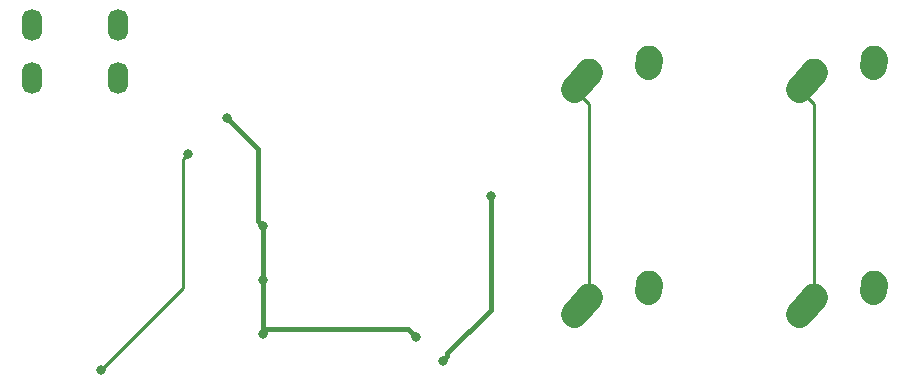
<source format=gtl>
G04 #@! TF.GenerationSoftware,KiCad,Pcbnew,(5.1.5)-1*
G04 #@! TF.CreationDate,2021-04-16T13:39:06-04:00*
G04 #@! TF.ProjectId,intro-pcb,696e7472-6f2d-4706-9362-2e6b69636164,rev?*
G04 #@! TF.SameCoordinates,Original*
G04 #@! TF.FileFunction,Copper,L1,Top*
G04 #@! TF.FilePolarity,Positive*
%FSLAX46Y46*%
G04 Gerber Fmt 4.6, Leading zero omitted, Abs format (unit mm)*
G04 Created by KiCad (PCBNEW (5.1.5)-1) date 2021-04-16 13:39:06*
%MOMM*%
%LPD*%
G04 APERTURE LIST*
%ADD10O,1.700000X2.700000*%
%ADD11C,2.250000*%
%ADD12C,2.250000*%
%ADD13C,0.800000*%
%ADD14C,0.381000*%
%ADD15C,0.250000*%
G04 APERTURE END LIST*
D10*
X-401318750Y-31750000D03*
X-394018750Y-31750000D03*
X-394018750Y-36250000D03*
X-401318750Y-36250000D03*
D11*
X-335081250Y-54737500D03*
D12*
X-336391250Y-56197500D02*
X-335081248Y-54737500D01*
D11*
X-330041250Y-53657500D03*
D12*
X-330081250Y-54237500D02*
X-330041250Y-53657500D01*
D11*
X-335081250Y-35687500D03*
D12*
X-336391250Y-37147500D02*
X-335081248Y-35687500D01*
D11*
X-330041250Y-34607500D03*
D12*
X-330081250Y-35187500D02*
X-330041250Y-34607500D01*
D11*
X-354131250Y-54737500D03*
D12*
X-355441250Y-56197500D02*
X-354131248Y-54737500D01*
D11*
X-349091250Y-53657500D03*
D12*
X-349131250Y-54237500D02*
X-349091250Y-53657500D01*
D11*
X-354131250Y-35687500D03*
D12*
X-355441250Y-37147500D02*
X-354131248Y-35687500D01*
D11*
X-349091250Y-34607500D03*
D12*
X-349131250Y-35187500D02*
X-349091250Y-34607500D01*
D13*
X-381762000Y-48768000D03*
X-384810000Y-39624000D03*
X-381762000Y-57912000D03*
X-381762000Y-53340000D03*
X-368808000Y-58166000D03*
X-366522000Y-60198000D03*
X-362458000Y-46228000D03*
X-388112000Y-42672000D03*
X-395478000Y-60960000D03*
D14*
X-382161999Y-48368001D02*
X-382161999Y-42272001D01*
X-381762000Y-48768000D02*
X-382161999Y-48368001D01*
X-382161999Y-42272001D02*
X-384810000Y-39624000D01*
X-381762000Y-48768000D02*
X-381762000Y-53340000D01*
X-381762000Y-53340000D02*
X-381762000Y-57912000D01*
X-381362001Y-57512001D02*
X-369461999Y-57512001D01*
X-381762000Y-57912000D02*
X-381362001Y-57512001D01*
X-369461999Y-57512001D02*
X-368808000Y-58166000D01*
X-366122001Y-59798001D02*
X-366122001Y-59544001D01*
X-366522000Y-60198000D02*
X-366122001Y-59798001D01*
X-366122001Y-59544001D02*
X-362458000Y-55880000D01*
X-362458000Y-55880000D02*
X-362458000Y-46228000D01*
D15*
X-354131250Y-54887500D02*
X-355441250Y-56197500D01*
X-354131250Y-38457500D02*
X-354131250Y-54887500D01*
X-355441250Y-37147500D02*
X-354131250Y-38457500D01*
X-335081250Y-38457500D02*
X-335081250Y-54737500D01*
X-336391250Y-37147500D02*
X-335081250Y-38457500D01*
X-388511999Y-43071999D02*
X-388511999Y-53993999D01*
X-388112000Y-42672000D02*
X-388511999Y-43071999D01*
X-388511999Y-53993999D02*
X-395478000Y-60960000D01*
M02*

</source>
